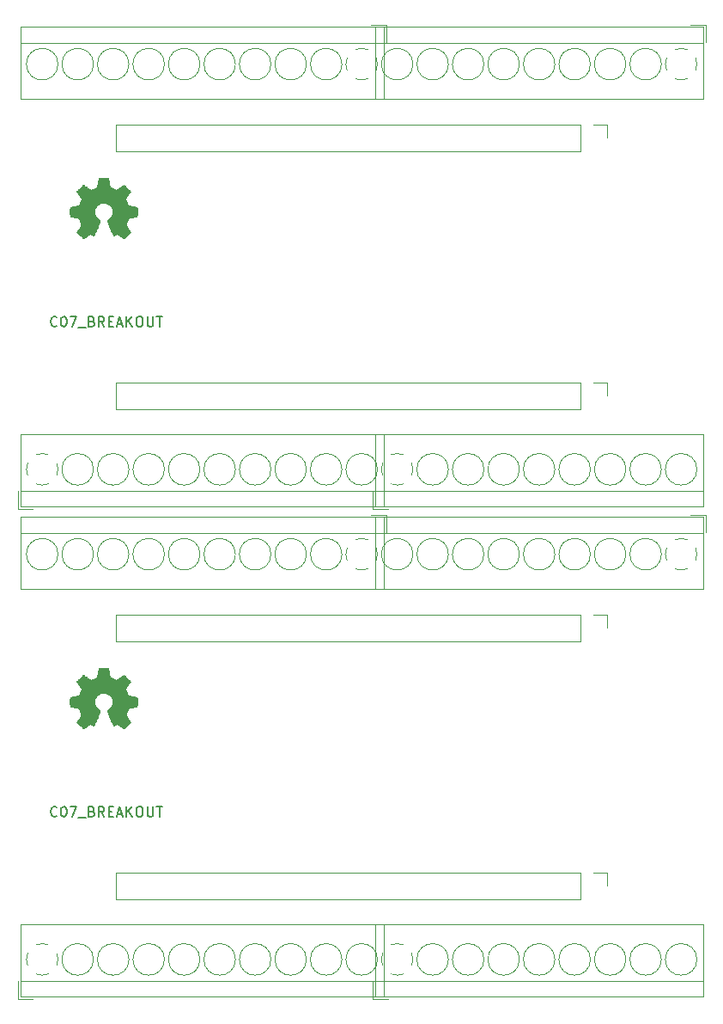
<source format=gbr>
G04 #@! TF.GenerationSoftware,KiCad,Pcbnew,5.1.5-52549c5~86~ubuntu18.04.1*
G04 #@! TF.CreationDate,2020-09-21T15:33:00-05:00*
G04 #@! TF.ProjectId,,58585858-5858-4585-9858-585858585858,rev?*
G04 #@! TF.SameCoordinates,Original*
G04 #@! TF.FileFunction,Legend,Top*
G04 #@! TF.FilePolarity,Positive*
%FSLAX46Y46*%
G04 Gerber Fmt 4.6, Leading zero omitted, Abs format (unit mm)*
G04 Created by KiCad (PCBNEW 5.1.5-52549c5~86~ubuntu18.04.1) date 2020-09-21 15:33:00*
%MOMM*%
%LPD*%
G04 APERTURE LIST*
%ADD10C,0.150000*%
%ADD11C,0.120000*%
%ADD12C,0.010000*%
G04 APERTURE END LIST*
D10*
X111955866Y-115215942D02*
X111908247Y-115263561D01*
X111765390Y-115311180D01*
X111670152Y-115311180D01*
X111527295Y-115263561D01*
X111432057Y-115168323D01*
X111384438Y-115073085D01*
X111336819Y-114882609D01*
X111336819Y-114739752D01*
X111384438Y-114549276D01*
X111432057Y-114454038D01*
X111527295Y-114358800D01*
X111670152Y-114311180D01*
X111765390Y-114311180D01*
X111908247Y-114358800D01*
X111955866Y-114406419D01*
X112574914Y-114311180D02*
X112670152Y-114311180D01*
X112765390Y-114358800D01*
X112813009Y-114406419D01*
X112860628Y-114501657D01*
X112908247Y-114692133D01*
X112908247Y-114930228D01*
X112860628Y-115120704D01*
X112813009Y-115215942D01*
X112765390Y-115263561D01*
X112670152Y-115311180D01*
X112574914Y-115311180D01*
X112479676Y-115263561D01*
X112432057Y-115215942D01*
X112384438Y-115120704D01*
X112336819Y-114930228D01*
X112336819Y-114692133D01*
X112384438Y-114501657D01*
X112432057Y-114406419D01*
X112479676Y-114358800D01*
X112574914Y-114311180D01*
X113241580Y-114311180D02*
X113908247Y-114311180D01*
X113479676Y-115311180D01*
X114051104Y-115406419D02*
X114813009Y-115406419D01*
X115384438Y-114787371D02*
X115527295Y-114834990D01*
X115574914Y-114882609D01*
X115622533Y-114977847D01*
X115622533Y-115120704D01*
X115574914Y-115215942D01*
X115527295Y-115263561D01*
X115432057Y-115311180D01*
X115051104Y-115311180D01*
X115051104Y-114311180D01*
X115384438Y-114311180D01*
X115479676Y-114358800D01*
X115527295Y-114406419D01*
X115574914Y-114501657D01*
X115574914Y-114596895D01*
X115527295Y-114692133D01*
X115479676Y-114739752D01*
X115384438Y-114787371D01*
X115051104Y-114787371D01*
X116622533Y-115311180D02*
X116289200Y-114834990D01*
X116051104Y-115311180D02*
X116051104Y-114311180D01*
X116432057Y-114311180D01*
X116527295Y-114358800D01*
X116574914Y-114406419D01*
X116622533Y-114501657D01*
X116622533Y-114644514D01*
X116574914Y-114739752D01*
X116527295Y-114787371D01*
X116432057Y-114834990D01*
X116051104Y-114834990D01*
X117051104Y-114787371D02*
X117384438Y-114787371D01*
X117527295Y-115311180D02*
X117051104Y-115311180D01*
X117051104Y-114311180D01*
X117527295Y-114311180D01*
X117908247Y-115025466D02*
X118384438Y-115025466D01*
X117813009Y-115311180D02*
X118146342Y-114311180D01*
X118479676Y-115311180D01*
X118813009Y-115311180D02*
X118813009Y-114311180D01*
X119384438Y-115311180D02*
X118955866Y-114739752D01*
X119384438Y-114311180D02*
X118813009Y-114882609D01*
X120003485Y-114311180D02*
X120193961Y-114311180D01*
X120289200Y-114358800D01*
X120384438Y-114454038D01*
X120432057Y-114644514D01*
X120432057Y-114977847D01*
X120384438Y-115168323D01*
X120289200Y-115263561D01*
X120193961Y-115311180D01*
X120003485Y-115311180D01*
X119908247Y-115263561D01*
X119813009Y-115168323D01*
X119765390Y-114977847D01*
X119765390Y-114644514D01*
X119813009Y-114454038D01*
X119908247Y-114358800D01*
X120003485Y-114311180D01*
X120860628Y-114311180D02*
X120860628Y-115120704D01*
X120908247Y-115215942D01*
X120955866Y-115263561D01*
X121051104Y-115311180D01*
X121241580Y-115311180D01*
X121336819Y-115263561D01*
X121384438Y-115215942D01*
X121432057Y-115120704D01*
X121432057Y-114311180D01*
X121765390Y-114311180D02*
X122336819Y-114311180D01*
X122051104Y-115311180D02*
X122051104Y-114311180D01*
X111955866Y-66955942D02*
X111908247Y-67003561D01*
X111765390Y-67051180D01*
X111670152Y-67051180D01*
X111527295Y-67003561D01*
X111432057Y-66908323D01*
X111384438Y-66813085D01*
X111336819Y-66622609D01*
X111336819Y-66479752D01*
X111384438Y-66289276D01*
X111432057Y-66194038D01*
X111527295Y-66098800D01*
X111670152Y-66051180D01*
X111765390Y-66051180D01*
X111908247Y-66098800D01*
X111955866Y-66146419D01*
X112574914Y-66051180D02*
X112670152Y-66051180D01*
X112765390Y-66098800D01*
X112813009Y-66146419D01*
X112860628Y-66241657D01*
X112908247Y-66432133D01*
X112908247Y-66670228D01*
X112860628Y-66860704D01*
X112813009Y-66955942D01*
X112765390Y-67003561D01*
X112670152Y-67051180D01*
X112574914Y-67051180D01*
X112479676Y-67003561D01*
X112432057Y-66955942D01*
X112384438Y-66860704D01*
X112336819Y-66670228D01*
X112336819Y-66432133D01*
X112384438Y-66241657D01*
X112432057Y-66146419D01*
X112479676Y-66098800D01*
X112574914Y-66051180D01*
X113241580Y-66051180D02*
X113908247Y-66051180D01*
X113479676Y-67051180D01*
X114051104Y-67146419D02*
X114813009Y-67146419D01*
X115384438Y-66527371D02*
X115527295Y-66574990D01*
X115574914Y-66622609D01*
X115622533Y-66717847D01*
X115622533Y-66860704D01*
X115574914Y-66955942D01*
X115527295Y-67003561D01*
X115432057Y-67051180D01*
X115051104Y-67051180D01*
X115051104Y-66051180D01*
X115384438Y-66051180D01*
X115479676Y-66098800D01*
X115527295Y-66146419D01*
X115574914Y-66241657D01*
X115574914Y-66336895D01*
X115527295Y-66432133D01*
X115479676Y-66479752D01*
X115384438Y-66527371D01*
X115051104Y-66527371D01*
X116622533Y-67051180D02*
X116289200Y-66574990D01*
X116051104Y-67051180D02*
X116051104Y-66051180D01*
X116432057Y-66051180D01*
X116527295Y-66098800D01*
X116574914Y-66146419D01*
X116622533Y-66241657D01*
X116622533Y-66384514D01*
X116574914Y-66479752D01*
X116527295Y-66527371D01*
X116432057Y-66574990D01*
X116051104Y-66574990D01*
X117051104Y-66527371D02*
X117384438Y-66527371D01*
X117527295Y-67051180D02*
X117051104Y-67051180D01*
X117051104Y-66051180D01*
X117527295Y-66051180D01*
X117908247Y-66765466D02*
X118384438Y-66765466D01*
X117813009Y-67051180D02*
X118146342Y-66051180D01*
X118479676Y-67051180D01*
X118813009Y-67051180D02*
X118813009Y-66051180D01*
X119384438Y-67051180D02*
X118955866Y-66479752D01*
X119384438Y-66051180D02*
X118813009Y-66622609D01*
X120003485Y-66051180D02*
X120193961Y-66051180D01*
X120289200Y-66098800D01*
X120384438Y-66194038D01*
X120432057Y-66384514D01*
X120432057Y-66717847D01*
X120384438Y-66908323D01*
X120289200Y-67003561D01*
X120193961Y-67051180D01*
X120003485Y-67051180D01*
X119908247Y-67003561D01*
X119813009Y-66908323D01*
X119765390Y-66717847D01*
X119765390Y-66384514D01*
X119813009Y-66194038D01*
X119908247Y-66098800D01*
X120003485Y-66051180D01*
X120860628Y-66051180D02*
X120860628Y-66860704D01*
X120908247Y-66955942D01*
X120955866Y-67003561D01*
X121051104Y-67051180D01*
X121241580Y-67051180D01*
X121336819Y-67003561D01*
X121384438Y-66955942D01*
X121432057Y-66860704D01*
X121432057Y-66051180D01*
X121765390Y-66051180D02*
X122336819Y-66051180D01*
X122051104Y-67051180D02*
X122051104Y-66051180D01*
D11*
X172888613Y-88027415D02*
G75*
G02X173496200Y-87903800I607587J-1431385D01*
G01*
X172064091Y-90066542D02*
G75*
G02X172064200Y-88850800I1432109J607742D01*
G01*
X174103942Y-90890909D02*
G75*
G02X172888200Y-90890800I-607742J1432109D01*
G01*
X174928309Y-88851058D02*
G75*
G02X174928200Y-90066800I-1432109J-607742D01*
G01*
X173469189Y-87903308D02*
G75*
G02X174104200Y-88026800I27011J-1555492D01*
G01*
X171551200Y-89458800D02*
G75*
G03X171551200Y-89458800I-1555000J0D01*
G01*
X168051200Y-89458800D02*
G75*
G03X168051200Y-89458800I-1555000J0D01*
G01*
X164551200Y-89458800D02*
G75*
G03X164551200Y-89458800I-1555000J0D01*
G01*
X161051200Y-89458800D02*
G75*
G03X161051200Y-89458800I-1555000J0D01*
G01*
X157551200Y-89458800D02*
G75*
G03X157551200Y-89458800I-1555000J0D01*
G01*
X154051200Y-89458800D02*
G75*
G03X154051200Y-89458800I-1555000J0D01*
G01*
X150551200Y-89458800D02*
G75*
G03X150551200Y-89458800I-1555000J0D01*
G01*
X147051200Y-89458800D02*
G75*
G03X147051200Y-89458800I-1555000J0D01*
G01*
X175656200Y-87358800D02*
X143336200Y-87358800D01*
X175656200Y-92918800D02*
X143336200Y-92918800D01*
X175656200Y-85798800D02*
X143336200Y-85798800D01*
X175656200Y-92918800D02*
X175656200Y-85798800D01*
X143336200Y-92918800D02*
X143336200Y-85798800D01*
X175896200Y-87298800D02*
X175896200Y-85558800D01*
X175896200Y-85558800D02*
X174396200Y-85558800D01*
X111103787Y-130788585D02*
G75*
G02X110496200Y-130912200I-607587J1431385D01*
G01*
X111928309Y-128749458D02*
G75*
G02X111928200Y-129965200I-1432109J-607742D01*
G01*
X109888458Y-127925091D02*
G75*
G02X111104200Y-127925200I607742J-1432109D01*
G01*
X109064091Y-129964942D02*
G75*
G02X109064200Y-128749200I1432109J607742D01*
G01*
X110523211Y-130912692D02*
G75*
G02X109888200Y-130789200I-27011J1555492D01*
G01*
X115551200Y-129357200D02*
G75*
G03X115551200Y-129357200I-1555000J0D01*
G01*
X119051200Y-129357200D02*
G75*
G03X119051200Y-129357200I-1555000J0D01*
G01*
X122551200Y-129357200D02*
G75*
G03X122551200Y-129357200I-1555000J0D01*
G01*
X126051200Y-129357200D02*
G75*
G03X126051200Y-129357200I-1555000J0D01*
G01*
X129551200Y-129357200D02*
G75*
G03X129551200Y-129357200I-1555000J0D01*
G01*
X133051200Y-129357200D02*
G75*
G03X133051200Y-129357200I-1555000J0D01*
G01*
X136551200Y-129357200D02*
G75*
G03X136551200Y-129357200I-1555000J0D01*
G01*
X140051200Y-129357200D02*
G75*
G03X140051200Y-129357200I-1555000J0D01*
G01*
X143551200Y-129357200D02*
G75*
G03X143551200Y-129357200I-1555000J0D01*
G01*
X108336200Y-131457200D02*
X144156200Y-131457200D01*
X108336200Y-125897200D02*
X144156200Y-125897200D01*
X108336200Y-133017200D02*
X144156200Y-133017200D01*
X108336200Y-125897200D02*
X108336200Y-133017200D01*
X144156200Y-125897200D02*
X144156200Y-133017200D01*
X108096200Y-131517200D02*
X108096200Y-133257200D01*
X108096200Y-133257200D02*
X109596200Y-133257200D01*
X141388613Y-88027415D02*
G75*
G02X141996200Y-87903800I607587J-1431385D01*
G01*
X140564091Y-90066542D02*
G75*
G02X140564200Y-88850800I1432109J607742D01*
G01*
X142603942Y-90890909D02*
G75*
G02X141388200Y-90890800I-607742J1432109D01*
G01*
X143428309Y-88851058D02*
G75*
G02X143428200Y-90066800I-1432109J-607742D01*
G01*
X141969189Y-87903308D02*
G75*
G02X142604200Y-88026800I27011J-1555492D01*
G01*
X140051200Y-89458800D02*
G75*
G03X140051200Y-89458800I-1555000J0D01*
G01*
X136551200Y-89458800D02*
G75*
G03X136551200Y-89458800I-1555000J0D01*
G01*
X133051200Y-89458800D02*
G75*
G03X133051200Y-89458800I-1555000J0D01*
G01*
X129551200Y-89458800D02*
G75*
G03X129551200Y-89458800I-1555000J0D01*
G01*
X126051200Y-89458800D02*
G75*
G03X126051200Y-89458800I-1555000J0D01*
G01*
X122551200Y-89458800D02*
G75*
G03X122551200Y-89458800I-1555000J0D01*
G01*
X119051200Y-89458800D02*
G75*
G03X119051200Y-89458800I-1555000J0D01*
G01*
X115551200Y-89458800D02*
G75*
G03X115551200Y-89458800I-1555000J0D01*
G01*
X112051200Y-89458800D02*
G75*
G03X112051200Y-89458800I-1555000J0D01*
G01*
X144156200Y-87358800D02*
X108336200Y-87358800D01*
X144156200Y-92918800D02*
X108336200Y-92918800D01*
X144156200Y-85798800D02*
X108336200Y-85798800D01*
X144156200Y-92918800D02*
X144156200Y-85798800D01*
X108336200Y-92918800D02*
X108336200Y-85798800D01*
X144396200Y-87298800D02*
X144396200Y-85558800D01*
X144396200Y-85558800D02*
X142896200Y-85558800D01*
X117806200Y-95378000D02*
X117806200Y-98038000D01*
X163586200Y-95378000D02*
X117806200Y-95378000D01*
X163586200Y-98038000D02*
X117806200Y-98038000D01*
X163586200Y-95378000D02*
X163586200Y-98038000D01*
X164856200Y-95378000D02*
X166186200Y-95378000D01*
X166186200Y-95378000D02*
X166186200Y-96708000D01*
D12*
G36*
X117091014Y-101151731D02*
G01*
X117174835Y-101596355D01*
X117484120Y-101723853D01*
X117793406Y-101851351D01*
X118164446Y-101599046D01*
X118268357Y-101528796D01*
X118362287Y-101466072D01*
X118441852Y-101413738D01*
X118502670Y-101374657D01*
X118540357Y-101351693D01*
X118550621Y-101346742D01*
X118569110Y-101359476D01*
X118608620Y-101394682D01*
X118664722Y-101447862D01*
X118732987Y-101514518D01*
X118808986Y-101590154D01*
X118888292Y-101670272D01*
X118966475Y-101750374D01*
X119039107Y-101825964D01*
X119101759Y-101892545D01*
X119150003Y-101945618D01*
X119179410Y-101980687D01*
X119186441Y-101992423D01*
X119176323Y-102014060D01*
X119147959Y-102061462D01*
X119104329Y-102129993D01*
X119048418Y-102215015D01*
X118983206Y-102311893D01*
X118945419Y-102367150D01*
X118876543Y-102468048D01*
X118815340Y-102559099D01*
X118764778Y-102635770D01*
X118727828Y-102693528D01*
X118707458Y-102727843D01*
X118704397Y-102735054D01*
X118711336Y-102755548D01*
X118730251Y-102803313D01*
X118758287Y-102871632D01*
X118792591Y-102953789D01*
X118830309Y-103043070D01*
X118868587Y-103132758D01*
X118904570Y-103216138D01*
X118935406Y-103286494D01*
X118958239Y-103337110D01*
X118970217Y-103361271D01*
X118970924Y-103362222D01*
X118989731Y-103366836D01*
X119039818Y-103377128D01*
X119115993Y-103392087D01*
X119213065Y-103410701D01*
X119325843Y-103431959D01*
X119391642Y-103444218D01*
X119512150Y-103467162D01*
X119620997Y-103488995D01*
X119712676Y-103508522D01*
X119781681Y-103524548D01*
X119822504Y-103535879D01*
X119830711Y-103539474D01*
X119838748Y-103563806D01*
X119845233Y-103618759D01*
X119850170Y-103697908D01*
X119853564Y-103794826D01*
X119855418Y-103903087D01*
X119855738Y-104016265D01*
X119854527Y-104127935D01*
X119851790Y-104231668D01*
X119847531Y-104321041D01*
X119841755Y-104389626D01*
X119834467Y-104430997D01*
X119830095Y-104439610D01*
X119803964Y-104449933D01*
X119748593Y-104464692D01*
X119671307Y-104482152D01*
X119579430Y-104500580D01*
X119547358Y-104506541D01*
X119392724Y-104534866D01*
X119270575Y-104557676D01*
X119176873Y-104575880D01*
X119107584Y-104590383D01*
X119058671Y-104602092D01*
X119026097Y-104611915D01*
X119005828Y-104620756D01*
X118993826Y-104629524D01*
X118992147Y-104631257D01*
X118975384Y-104659171D01*
X118949814Y-104713495D01*
X118917988Y-104787577D01*
X118882460Y-104874765D01*
X118845783Y-104968408D01*
X118810511Y-105061852D01*
X118779196Y-105148447D01*
X118754393Y-105221540D01*
X118738654Y-105274478D01*
X118734532Y-105300611D01*
X118734876Y-105301526D01*
X118748841Y-105322886D01*
X118780522Y-105369884D01*
X118826591Y-105437627D01*
X118883718Y-105521223D01*
X118948573Y-105615782D01*
X118967043Y-105642654D01*
X119032899Y-105740075D01*
X119090850Y-105828963D01*
X119137738Y-105904212D01*
X119170407Y-105960720D01*
X119185700Y-105993381D01*
X119186441Y-105997393D01*
X119173592Y-106018484D01*
X119138088Y-106060264D01*
X119084493Y-106118245D01*
X119017371Y-106187935D01*
X118941287Y-106264845D01*
X118860804Y-106344483D01*
X118780487Y-106422361D01*
X118704899Y-106493986D01*
X118638605Y-106554870D01*
X118586169Y-106600521D01*
X118552155Y-106626450D01*
X118542745Y-106630683D01*
X118520843Y-106620712D01*
X118476000Y-106593820D01*
X118415521Y-106554536D01*
X118368989Y-106522917D01*
X118284675Y-106464898D01*
X118184826Y-106396584D01*
X118084673Y-106328379D01*
X118030827Y-106291875D01*
X117848571Y-106168600D01*
X117695581Y-106251320D01*
X117625882Y-106287559D01*
X117566614Y-106315726D01*
X117526511Y-106331791D01*
X117516303Y-106334026D01*
X117504029Y-106317522D01*
X117479813Y-106270882D01*
X117445463Y-106198409D01*
X117402788Y-106104406D01*
X117353594Y-105993174D01*
X117299690Y-105869015D01*
X117242884Y-105736232D01*
X117184982Y-105599127D01*
X117127793Y-105462002D01*
X117073124Y-105329158D01*
X117022784Y-105204898D01*
X116978580Y-105093525D01*
X116942319Y-104999339D01*
X116915809Y-104926644D01*
X116900858Y-104879741D01*
X116898454Y-104863633D01*
X116917511Y-104843086D01*
X116959236Y-104809733D01*
X117014906Y-104770502D01*
X117019578Y-104767399D01*
X117163464Y-104652223D01*
X117279483Y-104517853D01*
X117366630Y-104368584D01*
X117423899Y-104208713D01*
X117450286Y-104042537D01*
X117444785Y-103874352D01*
X117406390Y-103708455D01*
X117334095Y-103549142D01*
X117312826Y-103514287D01*
X117202196Y-103373537D01*
X117071502Y-103260514D01*
X116925264Y-103175803D01*
X116768008Y-103119994D01*
X116604257Y-103093674D01*
X116438533Y-103097430D01*
X116275362Y-103131850D01*
X116119265Y-103197523D01*
X115974767Y-103295035D01*
X115930069Y-103334613D01*
X115816312Y-103458503D01*
X115733418Y-103588924D01*
X115676556Y-103735115D01*
X115644887Y-103879888D01*
X115637069Y-104042660D01*
X115663138Y-104206240D01*
X115720445Y-104365098D01*
X115806344Y-104513706D01*
X115918186Y-104646535D01*
X116053323Y-104758056D01*
X116071083Y-104769811D01*
X116127350Y-104808308D01*
X116170123Y-104841663D01*
X116190572Y-104862960D01*
X116190869Y-104863633D01*
X116186479Y-104886671D01*
X116169076Y-104938957D01*
X116140468Y-105016190D01*
X116102465Y-105114068D01*
X116056874Y-105228291D01*
X116005503Y-105354558D01*
X115950162Y-105488567D01*
X115892658Y-105626018D01*
X115834801Y-105762608D01*
X115778398Y-105894037D01*
X115725258Y-106016005D01*
X115677190Y-106124209D01*
X115636001Y-106214349D01*
X115603501Y-106282123D01*
X115581497Y-106323230D01*
X115572636Y-106334026D01*
X115545560Y-106325619D01*
X115494897Y-106303072D01*
X115429383Y-106270413D01*
X115393359Y-106251320D01*
X115240368Y-106168600D01*
X115058112Y-106291875D01*
X114965075Y-106355028D01*
X114863215Y-106424527D01*
X114767762Y-106489965D01*
X114719950Y-106522917D01*
X114652705Y-106568073D01*
X114595764Y-106603857D01*
X114556554Y-106625738D01*
X114543819Y-106630363D01*
X114525283Y-106617885D01*
X114484259Y-106583052D01*
X114424725Y-106529478D01*
X114350658Y-106460783D01*
X114266035Y-106380581D01*
X114212515Y-106329086D01*
X114118881Y-106237086D01*
X114037959Y-106154799D01*
X113973023Y-106085745D01*
X113927342Y-106033444D01*
X113904189Y-106001416D01*
X113901968Y-105994916D01*
X113912276Y-105970194D01*
X113940761Y-105920205D01*
X113984263Y-105850012D01*
X114039623Y-105764675D01*
X114103680Y-105669256D01*
X114121897Y-105642654D01*
X114188273Y-105545967D01*
X114247822Y-105458917D01*
X114297216Y-105386395D01*
X114333125Y-105333293D01*
X114352219Y-105304503D01*
X114354064Y-105301526D01*
X114351305Y-105278582D01*
X114336662Y-105228136D01*
X114312687Y-105156841D01*
X114281934Y-105071347D01*
X114246956Y-104978307D01*
X114210307Y-104884374D01*
X114174539Y-104796199D01*
X114142206Y-104720434D01*
X114115862Y-104663731D01*
X114098058Y-104632743D01*
X114096793Y-104631257D01*
X114085906Y-104622401D01*
X114067518Y-104613643D01*
X114037594Y-104604077D01*
X113992097Y-104592796D01*
X113926991Y-104578893D01*
X113838239Y-104561463D01*
X113721807Y-104539598D01*
X113573658Y-104512391D01*
X113541582Y-104506541D01*
X113446514Y-104488174D01*
X113363635Y-104470205D01*
X113300270Y-104454369D01*
X113263742Y-104442400D01*
X113258844Y-104439610D01*
X113250773Y-104414872D01*
X113244213Y-104359590D01*
X113239167Y-104280189D01*
X113235641Y-104183096D01*
X113233639Y-104074738D01*
X113233164Y-103961540D01*
X113234223Y-103849928D01*
X113236818Y-103746329D01*
X113240954Y-103657168D01*
X113246637Y-103588872D01*
X113253869Y-103547866D01*
X113258229Y-103539474D01*
X113282502Y-103531008D01*
X113337774Y-103517235D01*
X113418538Y-103499350D01*
X113519288Y-103478548D01*
X113634517Y-103456023D01*
X113697298Y-103444218D01*
X113816413Y-103421951D01*
X113922635Y-103401779D01*
X114010773Y-103384715D01*
X114075634Y-103371769D01*
X114112026Y-103363955D01*
X114118016Y-103362222D01*
X114128139Y-103342690D01*
X114149538Y-103295643D01*
X114179361Y-103227803D01*
X114214755Y-103145891D01*
X114252868Y-103056628D01*
X114290847Y-102966735D01*
X114325840Y-102882935D01*
X114354994Y-102811947D01*
X114375457Y-102760494D01*
X114384377Y-102735297D01*
X114384543Y-102734196D01*
X114374431Y-102714319D01*
X114346083Y-102668577D01*
X114302477Y-102601517D01*
X114246594Y-102517684D01*
X114181413Y-102421626D01*
X114143521Y-102366450D01*
X114074475Y-102265281D01*
X114013150Y-102173430D01*
X113962537Y-102095544D01*
X113925629Y-102036269D01*
X113905418Y-102000251D01*
X113902499Y-101992177D01*
X113915047Y-101973384D01*
X113949737Y-101933257D01*
X114002137Y-101876293D01*
X114067816Y-101806985D01*
X114142344Y-101729831D01*
X114221287Y-101649325D01*
X114300217Y-101569963D01*
X114374700Y-101496240D01*
X114440306Y-101432652D01*
X114492604Y-101383694D01*
X114527161Y-101353861D01*
X114538722Y-101346742D01*
X114557546Y-101356753D01*
X114602569Y-101384878D01*
X114669413Y-101428254D01*
X114753701Y-101484018D01*
X114851056Y-101549306D01*
X114924493Y-101599046D01*
X115295533Y-101851351D01*
X115914105Y-101596355D01*
X115997925Y-101151731D01*
X116081746Y-100707107D01*
X117007194Y-100707107D01*
X117091014Y-101151731D01*
G37*
X117091014Y-101151731D02*
X117174835Y-101596355D01*
X117484120Y-101723853D01*
X117793406Y-101851351D01*
X118164446Y-101599046D01*
X118268357Y-101528796D01*
X118362287Y-101466072D01*
X118441852Y-101413738D01*
X118502670Y-101374657D01*
X118540357Y-101351693D01*
X118550621Y-101346742D01*
X118569110Y-101359476D01*
X118608620Y-101394682D01*
X118664722Y-101447862D01*
X118732987Y-101514518D01*
X118808986Y-101590154D01*
X118888292Y-101670272D01*
X118966475Y-101750374D01*
X119039107Y-101825964D01*
X119101759Y-101892545D01*
X119150003Y-101945618D01*
X119179410Y-101980687D01*
X119186441Y-101992423D01*
X119176323Y-102014060D01*
X119147959Y-102061462D01*
X119104329Y-102129993D01*
X119048418Y-102215015D01*
X118983206Y-102311893D01*
X118945419Y-102367150D01*
X118876543Y-102468048D01*
X118815340Y-102559099D01*
X118764778Y-102635770D01*
X118727828Y-102693528D01*
X118707458Y-102727843D01*
X118704397Y-102735054D01*
X118711336Y-102755548D01*
X118730251Y-102803313D01*
X118758287Y-102871632D01*
X118792591Y-102953789D01*
X118830309Y-103043070D01*
X118868587Y-103132758D01*
X118904570Y-103216138D01*
X118935406Y-103286494D01*
X118958239Y-103337110D01*
X118970217Y-103361271D01*
X118970924Y-103362222D01*
X118989731Y-103366836D01*
X119039818Y-103377128D01*
X119115993Y-103392087D01*
X119213065Y-103410701D01*
X119325843Y-103431959D01*
X119391642Y-103444218D01*
X119512150Y-103467162D01*
X119620997Y-103488995D01*
X119712676Y-103508522D01*
X119781681Y-103524548D01*
X119822504Y-103535879D01*
X119830711Y-103539474D01*
X119838748Y-103563806D01*
X119845233Y-103618759D01*
X119850170Y-103697908D01*
X119853564Y-103794826D01*
X119855418Y-103903087D01*
X119855738Y-104016265D01*
X119854527Y-104127935D01*
X119851790Y-104231668D01*
X119847531Y-104321041D01*
X119841755Y-104389626D01*
X119834467Y-104430997D01*
X119830095Y-104439610D01*
X119803964Y-104449933D01*
X119748593Y-104464692D01*
X119671307Y-104482152D01*
X119579430Y-104500580D01*
X119547358Y-104506541D01*
X119392724Y-104534866D01*
X119270575Y-104557676D01*
X119176873Y-104575880D01*
X119107584Y-104590383D01*
X119058671Y-104602092D01*
X119026097Y-104611915D01*
X119005828Y-104620756D01*
X118993826Y-104629524D01*
X118992147Y-104631257D01*
X118975384Y-104659171D01*
X118949814Y-104713495D01*
X118917988Y-104787577D01*
X118882460Y-104874765D01*
X118845783Y-104968408D01*
X118810511Y-105061852D01*
X118779196Y-105148447D01*
X118754393Y-105221540D01*
X118738654Y-105274478D01*
X118734532Y-105300611D01*
X118734876Y-105301526D01*
X118748841Y-105322886D01*
X118780522Y-105369884D01*
X118826591Y-105437627D01*
X118883718Y-105521223D01*
X118948573Y-105615782D01*
X118967043Y-105642654D01*
X119032899Y-105740075D01*
X119090850Y-105828963D01*
X119137738Y-105904212D01*
X119170407Y-105960720D01*
X119185700Y-105993381D01*
X119186441Y-105997393D01*
X119173592Y-106018484D01*
X119138088Y-106060264D01*
X119084493Y-106118245D01*
X119017371Y-106187935D01*
X118941287Y-106264845D01*
X118860804Y-106344483D01*
X118780487Y-106422361D01*
X118704899Y-106493986D01*
X118638605Y-106554870D01*
X118586169Y-106600521D01*
X118552155Y-106626450D01*
X118542745Y-106630683D01*
X118520843Y-106620712D01*
X118476000Y-106593820D01*
X118415521Y-106554536D01*
X118368989Y-106522917D01*
X118284675Y-106464898D01*
X118184826Y-106396584D01*
X118084673Y-106328379D01*
X118030827Y-106291875D01*
X117848571Y-106168600D01*
X117695581Y-106251320D01*
X117625882Y-106287559D01*
X117566614Y-106315726D01*
X117526511Y-106331791D01*
X117516303Y-106334026D01*
X117504029Y-106317522D01*
X117479813Y-106270882D01*
X117445463Y-106198409D01*
X117402788Y-106104406D01*
X117353594Y-105993174D01*
X117299690Y-105869015D01*
X117242884Y-105736232D01*
X117184982Y-105599127D01*
X117127793Y-105462002D01*
X117073124Y-105329158D01*
X117022784Y-105204898D01*
X116978580Y-105093525D01*
X116942319Y-104999339D01*
X116915809Y-104926644D01*
X116900858Y-104879741D01*
X116898454Y-104863633D01*
X116917511Y-104843086D01*
X116959236Y-104809733D01*
X117014906Y-104770502D01*
X117019578Y-104767399D01*
X117163464Y-104652223D01*
X117279483Y-104517853D01*
X117366630Y-104368584D01*
X117423899Y-104208713D01*
X117450286Y-104042537D01*
X117444785Y-103874352D01*
X117406390Y-103708455D01*
X117334095Y-103549142D01*
X117312826Y-103514287D01*
X117202196Y-103373537D01*
X117071502Y-103260514D01*
X116925264Y-103175803D01*
X116768008Y-103119994D01*
X116604257Y-103093674D01*
X116438533Y-103097430D01*
X116275362Y-103131850D01*
X116119265Y-103197523D01*
X115974767Y-103295035D01*
X115930069Y-103334613D01*
X115816312Y-103458503D01*
X115733418Y-103588924D01*
X115676556Y-103735115D01*
X115644887Y-103879888D01*
X115637069Y-104042660D01*
X115663138Y-104206240D01*
X115720445Y-104365098D01*
X115806344Y-104513706D01*
X115918186Y-104646535D01*
X116053323Y-104758056D01*
X116071083Y-104769811D01*
X116127350Y-104808308D01*
X116170123Y-104841663D01*
X116190572Y-104862960D01*
X116190869Y-104863633D01*
X116186479Y-104886671D01*
X116169076Y-104938957D01*
X116140468Y-105016190D01*
X116102465Y-105114068D01*
X116056874Y-105228291D01*
X116005503Y-105354558D01*
X115950162Y-105488567D01*
X115892658Y-105626018D01*
X115834801Y-105762608D01*
X115778398Y-105894037D01*
X115725258Y-106016005D01*
X115677190Y-106124209D01*
X115636001Y-106214349D01*
X115603501Y-106282123D01*
X115581497Y-106323230D01*
X115572636Y-106334026D01*
X115545560Y-106325619D01*
X115494897Y-106303072D01*
X115429383Y-106270413D01*
X115393359Y-106251320D01*
X115240368Y-106168600D01*
X115058112Y-106291875D01*
X114965075Y-106355028D01*
X114863215Y-106424527D01*
X114767762Y-106489965D01*
X114719950Y-106522917D01*
X114652705Y-106568073D01*
X114595764Y-106603857D01*
X114556554Y-106625738D01*
X114543819Y-106630363D01*
X114525283Y-106617885D01*
X114484259Y-106583052D01*
X114424725Y-106529478D01*
X114350658Y-106460783D01*
X114266035Y-106380581D01*
X114212515Y-106329086D01*
X114118881Y-106237086D01*
X114037959Y-106154799D01*
X113973023Y-106085745D01*
X113927342Y-106033444D01*
X113904189Y-106001416D01*
X113901968Y-105994916D01*
X113912276Y-105970194D01*
X113940761Y-105920205D01*
X113984263Y-105850012D01*
X114039623Y-105764675D01*
X114103680Y-105669256D01*
X114121897Y-105642654D01*
X114188273Y-105545967D01*
X114247822Y-105458917D01*
X114297216Y-105386395D01*
X114333125Y-105333293D01*
X114352219Y-105304503D01*
X114354064Y-105301526D01*
X114351305Y-105278582D01*
X114336662Y-105228136D01*
X114312687Y-105156841D01*
X114281934Y-105071347D01*
X114246956Y-104978307D01*
X114210307Y-104884374D01*
X114174539Y-104796199D01*
X114142206Y-104720434D01*
X114115862Y-104663731D01*
X114098058Y-104632743D01*
X114096793Y-104631257D01*
X114085906Y-104622401D01*
X114067518Y-104613643D01*
X114037594Y-104604077D01*
X113992097Y-104592796D01*
X113926991Y-104578893D01*
X113838239Y-104561463D01*
X113721807Y-104539598D01*
X113573658Y-104512391D01*
X113541582Y-104506541D01*
X113446514Y-104488174D01*
X113363635Y-104470205D01*
X113300270Y-104454369D01*
X113263742Y-104442400D01*
X113258844Y-104439610D01*
X113250773Y-104414872D01*
X113244213Y-104359590D01*
X113239167Y-104280189D01*
X113235641Y-104183096D01*
X113233639Y-104074738D01*
X113233164Y-103961540D01*
X113234223Y-103849928D01*
X113236818Y-103746329D01*
X113240954Y-103657168D01*
X113246637Y-103588872D01*
X113253869Y-103547866D01*
X113258229Y-103539474D01*
X113282502Y-103531008D01*
X113337774Y-103517235D01*
X113418538Y-103499350D01*
X113519288Y-103478548D01*
X113634517Y-103456023D01*
X113697298Y-103444218D01*
X113816413Y-103421951D01*
X113922635Y-103401779D01*
X114010773Y-103384715D01*
X114075634Y-103371769D01*
X114112026Y-103363955D01*
X114118016Y-103362222D01*
X114128139Y-103342690D01*
X114149538Y-103295643D01*
X114179361Y-103227803D01*
X114214755Y-103145891D01*
X114252868Y-103056628D01*
X114290847Y-102966735D01*
X114325840Y-102882935D01*
X114354994Y-102811947D01*
X114375457Y-102760494D01*
X114384377Y-102735297D01*
X114384543Y-102734196D01*
X114374431Y-102714319D01*
X114346083Y-102668577D01*
X114302477Y-102601517D01*
X114246594Y-102517684D01*
X114181413Y-102421626D01*
X114143521Y-102366450D01*
X114074475Y-102265281D01*
X114013150Y-102173430D01*
X113962537Y-102095544D01*
X113925629Y-102036269D01*
X113905418Y-102000251D01*
X113902499Y-101992177D01*
X113915047Y-101973384D01*
X113949737Y-101933257D01*
X114002137Y-101876293D01*
X114067816Y-101806985D01*
X114142344Y-101729831D01*
X114221287Y-101649325D01*
X114300217Y-101569963D01*
X114374700Y-101496240D01*
X114440306Y-101432652D01*
X114492604Y-101383694D01*
X114527161Y-101353861D01*
X114538722Y-101346742D01*
X114557546Y-101356753D01*
X114602569Y-101384878D01*
X114669413Y-101428254D01*
X114753701Y-101484018D01*
X114851056Y-101549306D01*
X114924493Y-101599046D01*
X115295533Y-101851351D01*
X115914105Y-101596355D01*
X115997925Y-101151731D01*
X116081746Y-100707107D01*
X117007194Y-100707107D01*
X117091014Y-101151731D01*
D11*
X117806200Y-120778000D02*
X117806200Y-123438000D01*
X163586200Y-120778000D02*
X117806200Y-120778000D01*
X163586200Y-123438000D02*
X117806200Y-123438000D01*
X163586200Y-120778000D02*
X163586200Y-123438000D01*
X164856200Y-120778000D02*
X166186200Y-120778000D01*
X166186200Y-120778000D02*
X166186200Y-122108000D01*
X146103787Y-130788585D02*
G75*
G02X145496200Y-130912200I-607587J1431385D01*
G01*
X146928309Y-128749458D02*
G75*
G02X146928200Y-129965200I-1432109J-607742D01*
G01*
X144888458Y-127925091D02*
G75*
G02X146104200Y-127925200I607742J-1432109D01*
G01*
X144064091Y-129964942D02*
G75*
G02X144064200Y-128749200I1432109J607742D01*
G01*
X145523211Y-130912692D02*
G75*
G02X144888200Y-130789200I-27011J1555492D01*
G01*
X150551200Y-129357200D02*
G75*
G03X150551200Y-129357200I-1555000J0D01*
G01*
X154051200Y-129357200D02*
G75*
G03X154051200Y-129357200I-1555000J0D01*
G01*
X157551200Y-129357200D02*
G75*
G03X157551200Y-129357200I-1555000J0D01*
G01*
X161051200Y-129357200D02*
G75*
G03X161051200Y-129357200I-1555000J0D01*
G01*
X164551200Y-129357200D02*
G75*
G03X164551200Y-129357200I-1555000J0D01*
G01*
X168051200Y-129357200D02*
G75*
G03X168051200Y-129357200I-1555000J0D01*
G01*
X171551200Y-129357200D02*
G75*
G03X171551200Y-129357200I-1555000J0D01*
G01*
X175051200Y-129357200D02*
G75*
G03X175051200Y-129357200I-1555000J0D01*
G01*
X143336200Y-131457200D02*
X175656200Y-131457200D01*
X143336200Y-125897200D02*
X175656200Y-125897200D01*
X143336200Y-133017200D02*
X175656200Y-133017200D01*
X143336200Y-125897200D02*
X143336200Y-133017200D01*
X175656200Y-125897200D02*
X175656200Y-133017200D01*
X143096200Y-131517200D02*
X143096200Y-133257200D01*
X143096200Y-133257200D02*
X144596200Y-133257200D01*
D12*
G36*
X117091014Y-52891731D02*
G01*
X117174835Y-53336355D01*
X117484120Y-53463853D01*
X117793406Y-53591351D01*
X118164446Y-53339046D01*
X118268357Y-53268796D01*
X118362287Y-53206072D01*
X118441852Y-53153738D01*
X118502670Y-53114657D01*
X118540357Y-53091693D01*
X118550621Y-53086742D01*
X118569110Y-53099476D01*
X118608620Y-53134682D01*
X118664722Y-53187862D01*
X118732987Y-53254518D01*
X118808986Y-53330154D01*
X118888292Y-53410272D01*
X118966475Y-53490374D01*
X119039107Y-53565964D01*
X119101759Y-53632545D01*
X119150003Y-53685618D01*
X119179410Y-53720687D01*
X119186441Y-53732423D01*
X119176323Y-53754060D01*
X119147959Y-53801462D01*
X119104329Y-53869993D01*
X119048418Y-53955015D01*
X118983206Y-54051893D01*
X118945419Y-54107150D01*
X118876543Y-54208048D01*
X118815340Y-54299099D01*
X118764778Y-54375770D01*
X118727828Y-54433528D01*
X118707458Y-54467843D01*
X118704397Y-54475054D01*
X118711336Y-54495548D01*
X118730251Y-54543313D01*
X118758287Y-54611632D01*
X118792591Y-54693789D01*
X118830309Y-54783070D01*
X118868587Y-54872758D01*
X118904570Y-54956138D01*
X118935406Y-55026494D01*
X118958239Y-55077110D01*
X118970217Y-55101271D01*
X118970924Y-55102222D01*
X118989731Y-55106836D01*
X119039818Y-55117128D01*
X119115993Y-55132087D01*
X119213065Y-55150701D01*
X119325843Y-55171959D01*
X119391642Y-55184218D01*
X119512150Y-55207162D01*
X119620997Y-55228995D01*
X119712676Y-55248522D01*
X119781681Y-55264548D01*
X119822504Y-55275879D01*
X119830711Y-55279474D01*
X119838748Y-55303806D01*
X119845233Y-55358759D01*
X119850170Y-55437908D01*
X119853564Y-55534826D01*
X119855418Y-55643087D01*
X119855738Y-55756265D01*
X119854527Y-55867935D01*
X119851790Y-55971668D01*
X119847531Y-56061041D01*
X119841755Y-56129626D01*
X119834467Y-56170997D01*
X119830095Y-56179610D01*
X119803964Y-56189933D01*
X119748593Y-56204692D01*
X119671307Y-56222152D01*
X119579430Y-56240580D01*
X119547358Y-56246541D01*
X119392724Y-56274866D01*
X119270575Y-56297676D01*
X119176873Y-56315880D01*
X119107584Y-56330383D01*
X119058671Y-56342092D01*
X119026097Y-56351915D01*
X119005828Y-56360756D01*
X118993826Y-56369524D01*
X118992147Y-56371257D01*
X118975384Y-56399171D01*
X118949814Y-56453495D01*
X118917988Y-56527577D01*
X118882460Y-56614765D01*
X118845783Y-56708408D01*
X118810511Y-56801852D01*
X118779196Y-56888447D01*
X118754393Y-56961540D01*
X118738654Y-57014478D01*
X118734532Y-57040611D01*
X118734876Y-57041526D01*
X118748841Y-57062886D01*
X118780522Y-57109884D01*
X118826591Y-57177627D01*
X118883718Y-57261223D01*
X118948573Y-57355782D01*
X118967043Y-57382654D01*
X119032899Y-57480075D01*
X119090850Y-57568963D01*
X119137738Y-57644212D01*
X119170407Y-57700720D01*
X119185700Y-57733381D01*
X119186441Y-57737393D01*
X119173592Y-57758484D01*
X119138088Y-57800264D01*
X119084493Y-57858245D01*
X119017371Y-57927935D01*
X118941287Y-58004845D01*
X118860804Y-58084483D01*
X118780487Y-58162361D01*
X118704899Y-58233986D01*
X118638605Y-58294870D01*
X118586169Y-58340521D01*
X118552155Y-58366450D01*
X118542745Y-58370683D01*
X118520843Y-58360712D01*
X118476000Y-58333820D01*
X118415521Y-58294536D01*
X118368989Y-58262917D01*
X118284675Y-58204898D01*
X118184826Y-58136584D01*
X118084673Y-58068379D01*
X118030827Y-58031875D01*
X117848571Y-57908600D01*
X117695581Y-57991320D01*
X117625882Y-58027559D01*
X117566614Y-58055726D01*
X117526511Y-58071791D01*
X117516303Y-58074026D01*
X117504029Y-58057522D01*
X117479813Y-58010882D01*
X117445463Y-57938409D01*
X117402788Y-57844406D01*
X117353594Y-57733174D01*
X117299690Y-57609015D01*
X117242884Y-57476232D01*
X117184982Y-57339127D01*
X117127793Y-57202002D01*
X117073124Y-57069158D01*
X117022784Y-56944898D01*
X116978580Y-56833525D01*
X116942319Y-56739339D01*
X116915809Y-56666644D01*
X116900858Y-56619741D01*
X116898454Y-56603633D01*
X116917511Y-56583086D01*
X116959236Y-56549733D01*
X117014906Y-56510502D01*
X117019578Y-56507399D01*
X117163464Y-56392223D01*
X117279483Y-56257853D01*
X117366630Y-56108584D01*
X117423899Y-55948713D01*
X117450286Y-55782537D01*
X117444785Y-55614352D01*
X117406390Y-55448455D01*
X117334095Y-55289142D01*
X117312826Y-55254287D01*
X117202196Y-55113537D01*
X117071502Y-55000514D01*
X116925264Y-54915803D01*
X116768008Y-54859994D01*
X116604257Y-54833674D01*
X116438533Y-54837430D01*
X116275362Y-54871850D01*
X116119265Y-54937523D01*
X115974767Y-55035035D01*
X115930069Y-55074613D01*
X115816312Y-55198503D01*
X115733418Y-55328924D01*
X115676556Y-55475115D01*
X115644887Y-55619888D01*
X115637069Y-55782660D01*
X115663138Y-55946240D01*
X115720445Y-56105098D01*
X115806344Y-56253706D01*
X115918186Y-56386535D01*
X116053323Y-56498056D01*
X116071083Y-56509811D01*
X116127350Y-56548308D01*
X116170123Y-56581663D01*
X116190572Y-56602960D01*
X116190869Y-56603633D01*
X116186479Y-56626671D01*
X116169076Y-56678957D01*
X116140468Y-56756190D01*
X116102465Y-56854068D01*
X116056874Y-56968291D01*
X116005503Y-57094558D01*
X115950162Y-57228567D01*
X115892658Y-57366018D01*
X115834801Y-57502608D01*
X115778398Y-57634037D01*
X115725258Y-57756005D01*
X115677190Y-57864209D01*
X115636001Y-57954349D01*
X115603501Y-58022123D01*
X115581497Y-58063230D01*
X115572636Y-58074026D01*
X115545560Y-58065619D01*
X115494897Y-58043072D01*
X115429383Y-58010413D01*
X115393359Y-57991320D01*
X115240368Y-57908600D01*
X115058112Y-58031875D01*
X114965075Y-58095028D01*
X114863215Y-58164527D01*
X114767762Y-58229965D01*
X114719950Y-58262917D01*
X114652705Y-58308073D01*
X114595764Y-58343857D01*
X114556554Y-58365738D01*
X114543819Y-58370363D01*
X114525283Y-58357885D01*
X114484259Y-58323052D01*
X114424725Y-58269478D01*
X114350658Y-58200783D01*
X114266035Y-58120581D01*
X114212515Y-58069086D01*
X114118881Y-57977086D01*
X114037959Y-57894799D01*
X113973023Y-57825745D01*
X113927342Y-57773444D01*
X113904189Y-57741416D01*
X113901968Y-57734916D01*
X113912276Y-57710194D01*
X113940761Y-57660205D01*
X113984263Y-57590012D01*
X114039623Y-57504675D01*
X114103680Y-57409256D01*
X114121897Y-57382654D01*
X114188273Y-57285967D01*
X114247822Y-57198917D01*
X114297216Y-57126395D01*
X114333125Y-57073293D01*
X114352219Y-57044503D01*
X114354064Y-57041526D01*
X114351305Y-57018582D01*
X114336662Y-56968136D01*
X114312687Y-56896841D01*
X114281934Y-56811347D01*
X114246956Y-56718307D01*
X114210307Y-56624374D01*
X114174539Y-56536199D01*
X114142206Y-56460434D01*
X114115862Y-56403731D01*
X114098058Y-56372743D01*
X114096793Y-56371257D01*
X114085906Y-56362401D01*
X114067518Y-56353643D01*
X114037594Y-56344077D01*
X113992097Y-56332796D01*
X113926991Y-56318893D01*
X113838239Y-56301463D01*
X113721807Y-56279598D01*
X113573658Y-56252391D01*
X113541582Y-56246541D01*
X113446514Y-56228174D01*
X113363635Y-56210205D01*
X113300270Y-56194369D01*
X113263742Y-56182400D01*
X113258844Y-56179610D01*
X113250773Y-56154872D01*
X113244213Y-56099590D01*
X113239167Y-56020189D01*
X113235641Y-55923096D01*
X113233639Y-55814738D01*
X113233164Y-55701540D01*
X113234223Y-55589928D01*
X113236818Y-55486329D01*
X113240954Y-55397168D01*
X113246637Y-55328872D01*
X113253869Y-55287866D01*
X113258229Y-55279474D01*
X113282502Y-55271008D01*
X113337774Y-55257235D01*
X113418538Y-55239350D01*
X113519288Y-55218548D01*
X113634517Y-55196023D01*
X113697298Y-55184218D01*
X113816413Y-55161951D01*
X113922635Y-55141779D01*
X114010773Y-55124715D01*
X114075634Y-55111769D01*
X114112026Y-55103955D01*
X114118016Y-55102222D01*
X114128139Y-55082690D01*
X114149538Y-55035643D01*
X114179361Y-54967803D01*
X114214755Y-54885891D01*
X114252868Y-54796628D01*
X114290847Y-54706735D01*
X114325840Y-54622935D01*
X114354994Y-54551947D01*
X114375457Y-54500494D01*
X114384377Y-54475297D01*
X114384543Y-54474196D01*
X114374431Y-54454319D01*
X114346083Y-54408577D01*
X114302477Y-54341517D01*
X114246594Y-54257684D01*
X114181413Y-54161626D01*
X114143521Y-54106450D01*
X114074475Y-54005281D01*
X114013150Y-53913430D01*
X113962537Y-53835544D01*
X113925629Y-53776269D01*
X113905418Y-53740251D01*
X113902499Y-53732177D01*
X113915047Y-53713384D01*
X113949737Y-53673257D01*
X114002137Y-53616293D01*
X114067816Y-53546985D01*
X114142344Y-53469831D01*
X114221287Y-53389325D01*
X114300217Y-53309963D01*
X114374700Y-53236240D01*
X114440306Y-53172652D01*
X114492604Y-53123694D01*
X114527161Y-53093861D01*
X114538722Y-53086742D01*
X114557546Y-53096753D01*
X114602569Y-53124878D01*
X114669413Y-53168254D01*
X114753701Y-53224018D01*
X114851056Y-53289306D01*
X114924493Y-53339046D01*
X115295533Y-53591351D01*
X115914105Y-53336355D01*
X115997925Y-52891731D01*
X116081746Y-52447107D01*
X117007194Y-52447107D01*
X117091014Y-52891731D01*
G37*
X117091014Y-52891731D02*
X117174835Y-53336355D01*
X117484120Y-53463853D01*
X117793406Y-53591351D01*
X118164446Y-53339046D01*
X118268357Y-53268796D01*
X118362287Y-53206072D01*
X118441852Y-53153738D01*
X118502670Y-53114657D01*
X118540357Y-53091693D01*
X118550621Y-53086742D01*
X118569110Y-53099476D01*
X118608620Y-53134682D01*
X118664722Y-53187862D01*
X118732987Y-53254518D01*
X118808986Y-53330154D01*
X118888292Y-53410272D01*
X118966475Y-53490374D01*
X119039107Y-53565964D01*
X119101759Y-53632545D01*
X119150003Y-53685618D01*
X119179410Y-53720687D01*
X119186441Y-53732423D01*
X119176323Y-53754060D01*
X119147959Y-53801462D01*
X119104329Y-53869993D01*
X119048418Y-53955015D01*
X118983206Y-54051893D01*
X118945419Y-54107150D01*
X118876543Y-54208048D01*
X118815340Y-54299099D01*
X118764778Y-54375770D01*
X118727828Y-54433528D01*
X118707458Y-54467843D01*
X118704397Y-54475054D01*
X118711336Y-54495548D01*
X118730251Y-54543313D01*
X118758287Y-54611632D01*
X118792591Y-54693789D01*
X118830309Y-54783070D01*
X118868587Y-54872758D01*
X118904570Y-54956138D01*
X118935406Y-55026494D01*
X118958239Y-55077110D01*
X118970217Y-55101271D01*
X118970924Y-55102222D01*
X118989731Y-55106836D01*
X119039818Y-55117128D01*
X119115993Y-55132087D01*
X119213065Y-55150701D01*
X119325843Y-55171959D01*
X119391642Y-55184218D01*
X119512150Y-55207162D01*
X119620997Y-55228995D01*
X119712676Y-55248522D01*
X119781681Y-55264548D01*
X119822504Y-55275879D01*
X119830711Y-55279474D01*
X119838748Y-55303806D01*
X119845233Y-55358759D01*
X119850170Y-55437908D01*
X119853564Y-55534826D01*
X119855418Y-55643087D01*
X119855738Y-55756265D01*
X119854527Y-55867935D01*
X119851790Y-55971668D01*
X119847531Y-56061041D01*
X119841755Y-56129626D01*
X119834467Y-56170997D01*
X119830095Y-56179610D01*
X119803964Y-56189933D01*
X119748593Y-56204692D01*
X119671307Y-56222152D01*
X119579430Y-56240580D01*
X119547358Y-56246541D01*
X119392724Y-56274866D01*
X119270575Y-56297676D01*
X119176873Y-56315880D01*
X119107584Y-56330383D01*
X119058671Y-56342092D01*
X119026097Y-56351915D01*
X119005828Y-56360756D01*
X118993826Y-56369524D01*
X118992147Y-56371257D01*
X118975384Y-56399171D01*
X118949814Y-56453495D01*
X118917988Y-56527577D01*
X118882460Y-56614765D01*
X118845783Y-56708408D01*
X118810511Y-56801852D01*
X118779196Y-56888447D01*
X118754393Y-56961540D01*
X118738654Y-57014478D01*
X118734532Y-57040611D01*
X118734876Y-57041526D01*
X118748841Y-57062886D01*
X118780522Y-57109884D01*
X118826591Y-57177627D01*
X118883718Y-57261223D01*
X118948573Y-57355782D01*
X118967043Y-57382654D01*
X119032899Y-57480075D01*
X119090850Y-57568963D01*
X119137738Y-57644212D01*
X119170407Y-57700720D01*
X119185700Y-57733381D01*
X119186441Y-57737393D01*
X119173592Y-57758484D01*
X119138088Y-57800264D01*
X119084493Y-57858245D01*
X119017371Y-57927935D01*
X118941287Y-58004845D01*
X118860804Y-58084483D01*
X118780487Y-58162361D01*
X118704899Y-58233986D01*
X118638605Y-58294870D01*
X118586169Y-58340521D01*
X118552155Y-58366450D01*
X118542745Y-58370683D01*
X118520843Y-58360712D01*
X118476000Y-58333820D01*
X118415521Y-58294536D01*
X118368989Y-58262917D01*
X118284675Y-58204898D01*
X118184826Y-58136584D01*
X118084673Y-58068379D01*
X118030827Y-58031875D01*
X117848571Y-57908600D01*
X117695581Y-57991320D01*
X117625882Y-58027559D01*
X117566614Y-58055726D01*
X117526511Y-58071791D01*
X117516303Y-58074026D01*
X117504029Y-58057522D01*
X117479813Y-58010882D01*
X117445463Y-57938409D01*
X117402788Y-57844406D01*
X117353594Y-57733174D01*
X117299690Y-57609015D01*
X117242884Y-57476232D01*
X117184982Y-57339127D01*
X117127793Y-57202002D01*
X117073124Y-57069158D01*
X117022784Y-56944898D01*
X116978580Y-56833525D01*
X116942319Y-56739339D01*
X116915809Y-56666644D01*
X116900858Y-56619741D01*
X116898454Y-56603633D01*
X116917511Y-56583086D01*
X116959236Y-56549733D01*
X117014906Y-56510502D01*
X117019578Y-56507399D01*
X117163464Y-56392223D01*
X117279483Y-56257853D01*
X117366630Y-56108584D01*
X117423899Y-55948713D01*
X117450286Y-55782537D01*
X117444785Y-55614352D01*
X117406390Y-55448455D01*
X117334095Y-55289142D01*
X117312826Y-55254287D01*
X117202196Y-55113537D01*
X117071502Y-55000514D01*
X116925264Y-54915803D01*
X116768008Y-54859994D01*
X116604257Y-54833674D01*
X116438533Y-54837430D01*
X116275362Y-54871850D01*
X116119265Y-54937523D01*
X115974767Y-55035035D01*
X115930069Y-55074613D01*
X115816312Y-55198503D01*
X115733418Y-55328924D01*
X115676556Y-55475115D01*
X115644887Y-55619888D01*
X115637069Y-55782660D01*
X115663138Y-55946240D01*
X115720445Y-56105098D01*
X115806344Y-56253706D01*
X115918186Y-56386535D01*
X116053323Y-56498056D01*
X116071083Y-56509811D01*
X116127350Y-56548308D01*
X116170123Y-56581663D01*
X116190572Y-56602960D01*
X116190869Y-56603633D01*
X116186479Y-56626671D01*
X116169076Y-56678957D01*
X116140468Y-56756190D01*
X116102465Y-56854068D01*
X116056874Y-56968291D01*
X116005503Y-57094558D01*
X115950162Y-57228567D01*
X115892658Y-57366018D01*
X115834801Y-57502608D01*
X115778398Y-57634037D01*
X115725258Y-57756005D01*
X115677190Y-57864209D01*
X115636001Y-57954349D01*
X115603501Y-58022123D01*
X115581497Y-58063230D01*
X115572636Y-58074026D01*
X115545560Y-58065619D01*
X115494897Y-58043072D01*
X115429383Y-58010413D01*
X115393359Y-57991320D01*
X115240368Y-57908600D01*
X115058112Y-58031875D01*
X114965075Y-58095028D01*
X114863215Y-58164527D01*
X114767762Y-58229965D01*
X114719950Y-58262917D01*
X114652705Y-58308073D01*
X114595764Y-58343857D01*
X114556554Y-58365738D01*
X114543819Y-58370363D01*
X114525283Y-58357885D01*
X114484259Y-58323052D01*
X114424725Y-58269478D01*
X114350658Y-58200783D01*
X114266035Y-58120581D01*
X114212515Y-58069086D01*
X114118881Y-57977086D01*
X114037959Y-57894799D01*
X113973023Y-57825745D01*
X113927342Y-57773444D01*
X113904189Y-57741416D01*
X113901968Y-57734916D01*
X113912276Y-57710194D01*
X113940761Y-57660205D01*
X113984263Y-57590012D01*
X114039623Y-57504675D01*
X114103680Y-57409256D01*
X114121897Y-57382654D01*
X114188273Y-57285967D01*
X114247822Y-57198917D01*
X114297216Y-57126395D01*
X114333125Y-57073293D01*
X114352219Y-57044503D01*
X114354064Y-57041526D01*
X114351305Y-57018582D01*
X114336662Y-56968136D01*
X114312687Y-56896841D01*
X114281934Y-56811347D01*
X114246956Y-56718307D01*
X114210307Y-56624374D01*
X114174539Y-56536199D01*
X114142206Y-56460434D01*
X114115862Y-56403731D01*
X114098058Y-56372743D01*
X114096793Y-56371257D01*
X114085906Y-56362401D01*
X114067518Y-56353643D01*
X114037594Y-56344077D01*
X113992097Y-56332796D01*
X113926991Y-56318893D01*
X113838239Y-56301463D01*
X113721807Y-56279598D01*
X113573658Y-56252391D01*
X113541582Y-56246541D01*
X113446514Y-56228174D01*
X113363635Y-56210205D01*
X113300270Y-56194369D01*
X113263742Y-56182400D01*
X113258844Y-56179610D01*
X113250773Y-56154872D01*
X113244213Y-56099590D01*
X113239167Y-56020189D01*
X113235641Y-55923096D01*
X113233639Y-55814738D01*
X113233164Y-55701540D01*
X113234223Y-55589928D01*
X113236818Y-55486329D01*
X113240954Y-55397168D01*
X113246637Y-55328872D01*
X113253869Y-55287866D01*
X113258229Y-55279474D01*
X113282502Y-55271008D01*
X113337774Y-55257235D01*
X113418538Y-55239350D01*
X113519288Y-55218548D01*
X113634517Y-55196023D01*
X113697298Y-55184218D01*
X113816413Y-55161951D01*
X113922635Y-55141779D01*
X114010773Y-55124715D01*
X114075634Y-55111769D01*
X114112026Y-55103955D01*
X114118016Y-55102222D01*
X114128139Y-55082690D01*
X114149538Y-55035643D01*
X114179361Y-54967803D01*
X114214755Y-54885891D01*
X114252868Y-54796628D01*
X114290847Y-54706735D01*
X114325840Y-54622935D01*
X114354994Y-54551947D01*
X114375457Y-54500494D01*
X114384377Y-54475297D01*
X114384543Y-54474196D01*
X114374431Y-54454319D01*
X114346083Y-54408577D01*
X114302477Y-54341517D01*
X114246594Y-54257684D01*
X114181413Y-54161626D01*
X114143521Y-54106450D01*
X114074475Y-54005281D01*
X114013150Y-53913430D01*
X113962537Y-53835544D01*
X113925629Y-53776269D01*
X113905418Y-53740251D01*
X113902499Y-53732177D01*
X113915047Y-53713384D01*
X113949737Y-53673257D01*
X114002137Y-53616293D01*
X114067816Y-53546985D01*
X114142344Y-53469831D01*
X114221287Y-53389325D01*
X114300217Y-53309963D01*
X114374700Y-53236240D01*
X114440306Y-53172652D01*
X114492604Y-53123694D01*
X114527161Y-53093861D01*
X114538722Y-53086742D01*
X114557546Y-53096753D01*
X114602569Y-53124878D01*
X114669413Y-53168254D01*
X114753701Y-53224018D01*
X114851056Y-53289306D01*
X114924493Y-53339046D01*
X115295533Y-53591351D01*
X115914105Y-53336355D01*
X115997925Y-52891731D01*
X116081746Y-52447107D01*
X117007194Y-52447107D01*
X117091014Y-52891731D01*
D11*
X166186200Y-72518000D02*
X166186200Y-73848000D01*
X164856200Y-72518000D02*
X166186200Y-72518000D01*
X163586200Y-72518000D02*
X163586200Y-75178000D01*
X163586200Y-75178000D02*
X117806200Y-75178000D01*
X163586200Y-72518000D02*
X117806200Y-72518000D01*
X117806200Y-72518000D02*
X117806200Y-75178000D01*
X166186200Y-47118000D02*
X166186200Y-48448000D01*
X164856200Y-47118000D02*
X166186200Y-47118000D01*
X163586200Y-47118000D02*
X163586200Y-49778000D01*
X163586200Y-49778000D02*
X117806200Y-49778000D01*
X163586200Y-47118000D02*
X117806200Y-47118000D01*
X117806200Y-47118000D02*
X117806200Y-49778000D01*
X143096200Y-84997200D02*
X144596200Y-84997200D01*
X143096200Y-83257200D02*
X143096200Y-84997200D01*
X175656200Y-77637200D02*
X175656200Y-84757200D01*
X143336200Y-77637200D02*
X143336200Y-84757200D01*
X143336200Y-84757200D02*
X175656200Y-84757200D01*
X143336200Y-77637200D02*
X175656200Y-77637200D01*
X143336200Y-83197200D02*
X175656200Y-83197200D01*
X175051200Y-81097200D02*
G75*
G03X175051200Y-81097200I-1555000J0D01*
G01*
X171551200Y-81097200D02*
G75*
G03X171551200Y-81097200I-1555000J0D01*
G01*
X168051200Y-81097200D02*
G75*
G03X168051200Y-81097200I-1555000J0D01*
G01*
X164551200Y-81097200D02*
G75*
G03X164551200Y-81097200I-1555000J0D01*
G01*
X161051200Y-81097200D02*
G75*
G03X161051200Y-81097200I-1555000J0D01*
G01*
X157551200Y-81097200D02*
G75*
G03X157551200Y-81097200I-1555000J0D01*
G01*
X154051200Y-81097200D02*
G75*
G03X154051200Y-81097200I-1555000J0D01*
G01*
X150551200Y-81097200D02*
G75*
G03X150551200Y-81097200I-1555000J0D01*
G01*
X145523211Y-82652692D02*
G75*
G02X144888200Y-82529200I-27011J1555492D01*
G01*
X144064091Y-81704942D02*
G75*
G02X144064200Y-80489200I1432109J607742D01*
G01*
X144888458Y-79665091D02*
G75*
G02X146104200Y-79665200I607742J-1432109D01*
G01*
X146928309Y-80489458D02*
G75*
G02X146928200Y-81705200I-1432109J-607742D01*
G01*
X146103787Y-82528585D02*
G75*
G02X145496200Y-82652200I-607587J1431385D01*
G01*
X108096200Y-84997200D02*
X109596200Y-84997200D01*
X108096200Y-83257200D02*
X108096200Y-84997200D01*
X144156200Y-77637200D02*
X144156200Y-84757200D01*
X108336200Y-77637200D02*
X108336200Y-84757200D01*
X108336200Y-84757200D02*
X144156200Y-84757200D01*
X108336200Y-77637200D02*
X144156200Y-77637200D01*
X108336200Y-83197200D02*
X144156200Y-83197200D01*
X143551200Y-81097200D02*
G75*
G03X143551200Y-81097200I-1555000J0D01*
G01*
X140051200Y-81097200D02*
G75*
G03X140051200Y-81097200I-1555000J0D01*
G01*
X136551200Y-81097200D02*
G75*
G03X136551200Y-81097200I-1555000J0D01*
G01*
X133051200Y-81097200D02*
G75*
G03X133051200Y-81097200I-1555000J0D01*
G01*
X129551200Y-81097200D02*
G75*
G03X129551200Y-81097200I-1555000J0D01*
G01*
X126051200Y-81097200D02*
G75*
G03X126051200Y-81097200I-1555000J0D01*
G01*
X122551200Y-81097200D02*
G75*
G03X122551200Y-81097200I-1555000J0D01*
G01*
X119051200Y-81097200D02*
G75*
G03X119051200Y-81097200I-1555000J0D01*
G01*
X115551200Y-81097200D02*
G75*
G03X115551200Y-81097200I-1555000J0D01*
G01*
X110523211Y-82652692D02*
G75*
G02X109888200Y-82529200I-27011J1555492D01*
G01*
X109064091Y-81704942D02*
G75*
G02X109064200Y-80489200I1432109J607742D01*
G01*
X109888458Y-79665091D02*
G75*
G02X111104200Y-79665200I607742J-1432109D01*
G01*
X111928309Y-80489458D02*
G75*
G02X111928200Y-81705200I-1432109J-607742D01*
G01*
X111103787Y-82528585D02*
G75*
G02X110496200Y-82652200I-607587J1431385D01*
G01*
X175896200Y-37298800D02*
X174396200Y-37298800D01*
X175896200Y-39038800D02*
X175896200Y-37298800D01*
X143336200Y-44658800D02*
X143336200Y-37538800D01*
X175656200Y-44658800D02*
X175656200Y-37538800D01*
X175656200Y-37538800D02*
X143336200Y-37538800D01*
X175656200Y-44658800D02*
X143336200Y-44658800D01*
X175656200Y-39098800D02*
X143336200Y-39098800D01*
X147051200Y-41198800D02*
G75*
G03X147051200Y-41198800I-1555000J0D01*
G01*
X150551200Y-41198800D02*
G75*
G03X150551200Y-41198800I-1555000J0D01*
G01*
X154051200Y-41198800D02*
G75*
G03X154051200Y-41198800I-1555000J0D01*
G01*
X157551200Y-41198800D02*
G75*
G03X157551200Y-41198800I-1555000J0D01*
G01*
X161051200Y-41198800D02*
G75*
G03X161051200Y-41198800I-1555000J0D01*
G01*
X164551200Y-41198800D02*
G75*
G03X164551200Y-41198800I-1555000J0D01*
G01*
X168051200Y-41198800D02*
G75*
G03X168051200Y-41198800I-1555000J0D01*
G01*
X171551200Y-41198800D02*
G75*
G03X171551200Y-41198800I-1555000J0D01*
G01*
X173469189Y-39643308D02*
G75*
G02X174104200Y-39766800I27011J-1555492D01*
G01*
X174928309Y-40591058D02*
G75*
G02X174928200Y-41806800I-1432109J-607742D01*
G01*
X174103942Y-42630909D02*
G75*
G02X172888200Y-42630800I-607742J1432109D01*
G01*
X172064091Y-41806542D02*
G75*
G02X172064200Y-40590800I1432109J607742D01*
G01*
X172888613Y-39767415D02*
G75*
G02X173496200Y-39643800I607587J-1431385D01*
G01*
X144396200Y-37298800D02*
X142896200Y-37298800D01*
X144396200Y-39038800D02*
X144396200Y-37298800D01*
X108336200Y-44658800D02*
X108336200Y-37538800D01*
X144156200Y-44658800D02*
X144156200Y-37538800D01*
X144156200Y-37538800D02*
X108336200Y-37538800D01*
X144156200Y-44658800D02*
X108336200Y-44658800D01*
X144156200Y-39098800D02*
X108336200Y-39098800D01*
X112051200Y-41198800D02*
G75*
G03X112051200Y-41198800I-1555000J0D01*
G01*
X115551200Y-41198800D02*
G75*
G03X115551200Y-41198800I-1555000J0D01*
G01*
X119051200Y-41198800D02*
G75*
G03X119051200Y-41198800I-1555000J0D01*
G01*
X122551200Y-41198800D02*
G75*
G03X122551200Y-41198800I-1555000J0D01*
G01*
X126051200Y-41198800D02*
G75*
G03X126051200Y-41198800I-1555000J0D01*
G01*
X129551200Y-41198800D02*
G75*
G03X129551200Y-41198800I-1555000J0D01*
G01*
X133051200Y-41198800D02*
G75*
G03X133051200Y-41198800I-1555000J0D01*
G01*
X136551200Y-41198800D02*
G75*
G03X136551200Y-41198800I-1555000J0D01*
G01*
X140051200Y-41198800D02*
G75*
G03X140051200Y-41198800I-1555000J0D01*
G01*
X141969189Y-39643308D02*
G75*
G02X142604200Y-39766800I27011J-1555492D01*
G01*
X143428309Y-40591058D02*
G75*
G02X143428200Y-41806800I-1432109J-607742D01*
G01*
X142603942Y-42630909D02*
G75*
G02X141388200Y-42630800I-607742J1432109D01*
G01*
X140564091Y-41806542D02*
G75*
G02X140564200Y-40590800I1432109J607742D01*
G01*
X141388613Y-39767415D02*
G75*
G02X141996200Y-39643800I607587J-1431385D01*
G01*
M02*

</source>
